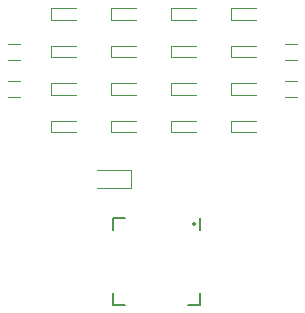
<source format=gto>
G04 #@! TF.FileFunction,Legend,Top*
%FSLAX46Y46*%
G04 Gerber Fmt 4.6, Leading zero omitted, Abs format (unit mm)*
G04 Created by KiCad (PCBNEW 4.0.7) date 07/30/18 21:48:31*
%MOMM*%
%LPD*%
G01*
G04 APERTURE LIST*
%ADD10C,0.100000*%
%ADD11C,0.200000*%
%ADD12C,0.120000*%
%ADD13C,0.150000*%
G04 APERTURE END LIST*
D10*
D11*
X152500000Y-113030000D02*
G75*
G03X152500000Y-113030000I-100000J0D01*
G01*
D12*
X140305000Y-94750000D02*
X140305000Y-95750000D01*
X140305000Y-95750000D02*
X142405000Y-95750000D01*
X140305000Y-94750000D02*
X142405000Y-94750000D01*
X140305000Y-97925000D02*
X140305000Y-98925000D01*
X140305000Y-98925000D02*
X142405000Y-98925000D01*
X140305000Y-97925000D02*
X142405000Y-97925000D01*
X140305000Y-101100000D02*
X140305000Y-102100000D01*
X140305000Y-102100000D02*
X142405000Y-102100000D01*
X140305000Y-101100000D02*
X142405000Y-101100000D01*
X140305000Y-104275000D02*
X140305000Y-105275000D01*
X140305000Y-105275000D02*
X142405000Y-105275000D01*
X140305000Y-104275000D02*
X142405000Y-104275000D01*
X145385000Y-94750000D02*
X145385000Y-95750000D01*
X145385000Y-95750000D02*
X147485000Y-95750000D01*
X145385000Y-94750000D02*
X147485000Y-94750000D01*
X145385000Y-97925000D02*
X145385000Y-98925000D01*
X145385000Y-98925000D02*
X147485000Y-98925000D01*
X145385000Y-97925000D02*
X147485000Y-97925000D01*
X145385000Y-101100000D02*
X145385000Y-102100000D01*
X145385000Y-102100000D02*
X147485000Y-102100000D01*
X145385000Y-101100000D02*
X147485000Y-101100000D01*
X145385000Y-104275000D02*
X145385000Y-105275000D01*
X145385000Y-105275000D02*
X147485000Y-105275000D01*
X145385000Y-104275000D02*
X147485000Y-104275000D01*
X150465000Y-94750000D02*
X150465000Y-95750000D01*
X150465000Y-95750000D02*
X152565000Y-95750000D01*
X150465000Y-94750000D02*
X152565000Y-94750000D01*
X150465000Y-97925000D02*
X150465000Y-98925000D01*
X150465000Y-98925000D02*
X152565000Y-98925000D01*
X150465000Y-97925000D02*
X152565000Y-97925000D01*
X150465000Y-101100000D02*
X150465000Y-102100000D01*
X150465000Y-102100000D02*
X152565000Y-102100000D01*
X150465000Y-101100000D02*
X152565000Y-101100000D01*
X150465000Y-104275000D02*
X150465000Y-105275000D01*
X150465000Y-105275000D02*
X152565000Y-105275000D01*
X150465000Y-104275000D02*
X152565000Y-104275000D01*
X155545000Y-94750000D02*
X155545000Y-95750000D01*
X155545000Y-95750000D02*
X157645000Y-95750000D01*
X155545000Y-94750000D02*
X157645000Y-94750000D01*
X155545000Y-97925000D02*
X155545000Y-98925000D01*
X155545000Y-98925000D02*
X157645000Y-98925000D01*
X155545000Y-97925000D02*
X157645000Y-97925000D01*
X155545000Y-101100000D02*
X155545000Y-102100000D01*
X155545000Y-102100000D02*
X157645000Y-102100000D01*
X155545000Y-101100000D02*
X157645000Y-101100000D01*
X155545000Y-104275000D02*
X155545000Y-105275000D01*
X155545000Y-105275000D02*
X157645000Y-105275000D01*
X155545000Y-104275000D02*
X157645000Y-104275000D01*
X161155000Y-99105000D02*
X160155000Y-99105000D01*
X160155000Y-97745000D02*
X161155000Y-97745000D01*
X161155000Y-102280000D02*
X160155000Y-102280000D01*
X160155000Y-100920000D02*
X161155000Y-100920000D01*
X136660000Y-97745000D02*
X137660000Y-97745000D01*
X137660000Y-99105000D02*
X136660000Y-99105000D01*
X136660000Y-100920000D02*
X137660000Y-100920000D01*
X137660000Y-102280000D02*
X136660000Y-102280000D01*
D13*
X152875000Y-119855000D02*
X151925000Y-119855000D01*
X145575000Y-112555000D02*
X146525000Y-112555000D01*
X145575000Y-119855000D02*
X146525000Y-119855000D01*
X152875000Y-112555000D02*
X152875000Y-113505000D01*
X145575000Y-112555000D02*
X145575000Y-113505000D01*
X145575000Y-119855000D02*
X145575000Y-118905000D01*
X152875000Y-119855000D02*
X152875000Y-118905000D01*
D12*
X144215000Y-110020000D02*
X147065000Y-110020000D01*
X147065000Y-110020000D02*
X147065000Y-108420000D01*
X147065000Y-108420000D02*
X144215000Y-108420000D01*
M02*

</source>
